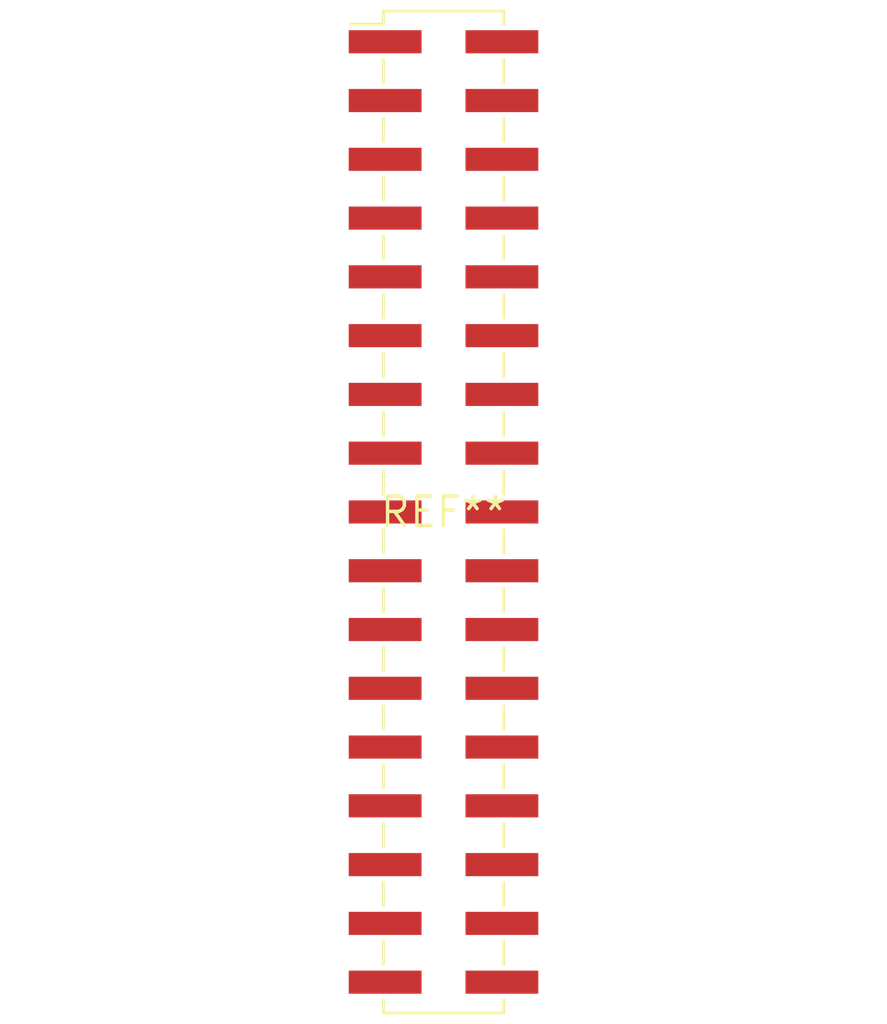
<source format=kicad_pcb>
(kicad_pcb (version 20240108) (generator pcbnew)
  (layers (0 "F.Cu" signal) (31 "B.Cu" signal) (34 "B.Paste" user) (35 "F.Paste" user) (36 "B.SilkS" user "B.Silkscreen") (37 "F.SilkS" user "F.Silkscreen") (38 "B.Mask" user) (39 "F.Mask" user) (44 "Edge.Cuts" user))
  (net 0 "")
  (footprint "PinHeader_2x17_P2.54mm_Vertical_SMD" (layer "F.Cu") (at 0 0)
    (property "Reference" "REF**")
    (property "Value" "PinHeader_2x17_P2.54mm_Vertical_SMD")
    (fp_line (start -4.04 -21.08) (end -2.6 -21.08) (layer "F.SilkS") (stroke (width 0.12)))
    (fp_line (start -2.6 -21.65) (end -2.6 -21.08) (layer "F.SilkS") (stroke (width 0.12)))
    (fp_line (start -2.6 -21.65) (end 2.6 -21.65) (layer "F.SilkS") (stroke (width 0.12)))
    (fp_line (start -2.6 -19.56) (end -2.6 -18.54) (layer "F.SilkS") (stroke (width 0.12)))
    (fp_line (start -2.6 -17.02) (end -2.6 -16) (layer "F.SilkS") (stroke (width 0.12)))
    (fp_line (start -2.6 -14.48) (end -2.6 -13.46) (layer "F.SilkS") (stroke (width 0.12)))
    (fp_line (start -2.6 -11.94) (end -2.6 -10.92) (layer "F.SilkS") (stroke (width 0.12)))
    (fp_line (start -2.6 -9.4) (end -2.6 -8.38) (layer "F.SilkS") (stroke (width 0.12)))
    (fp_line (start -2.6 -6.86) (end -2.6 -5.84) (layer "F.SilkS") (stroke (width 0.12)))
    (fp_line (start -2.6 -4.32) (end -2.6 -3.3) (layer "F.SilkS") (stroke (width 0.12)))
    (fp_line (start -2.6 -1.78) (end -2.6 -0.76) (layer "F.SilkS") (stroke (width 0.12)))
    (fp_line (start -2.6 0.76) (end -2.6 1.78) (layer "F.SilkS") (stroke (width 0.12)))
    (fp_line (start -2.6 3.3) (end -2.6 4.32) (layer "F.SilkS") (stroke (width 0.12)))
    (fp_line (start -2.6 5.84) (end -2.6 6.86) (layer "F.SilkS") (stroke (width 0.12)))
    (fp_line (start -2.6 8.38) (end -2.6 9.4) (layer "F.SilkS") (stroke (width 0.12)))
    (fp_line (start -2.6 10.92) (end -2.6 11.94) (layer "F.SilkS") (stroke (width 0.12)))
    (fp_line (start -2.6 13.46) (end -2.6 14.48) (layer "F.SilkS") (stroke (width 0.12)))
    (fp_line (start -2.6 16) (end -2.6 17.02) (layer "F.SilkS") (stroke (width 0.12)))
    (fp_line (start -2.6 18.54) (end -2.6 19.56) (layer "F.SilkS") (stroke (width 0.12)))
    (fp_line (start -2.6 21.08) (end -2.6 21.65) (layer "F.SilkS") (stroke (width 0.12)))
    (fp_line (start -2.6 21.65) (end 2.6 21.65) (layer "F.SilkS") (stroke (width 0.12)))
    (fp_line (start 2.6 -21.65) (end 2.6 -21.08) (layer "F.SilkS") (stroke (width 0.12)))
    (fp_line (start 2.6 -19.56) (end 2.6 -18.54) (layer "F.SilkS") (stroke (width 0.12)))
    (fp_line (start 2.6 -17.02) (end 2.6 -16) (layer "F.SilkS") (stroke (width 0.12)))
    (fp_line (start 2.6 -14.48) (end 2.6 -13.46) (layer "F.SilkS") (stroke (width 0.12)))
    (fp_line (start 2.6 -11.94) (end 2.6 -10.92) (layer "F.SilkS") (stroke (width 0.12)))
    (fp_line (start 2.6 -9.4) (end 2.6 -8.38) (layer "F.SilkS") (stroke (width 0.12)))
    (fp_line (start 2.6 -6.86) (end 2.6 -5.84) (layer "F.SilkS") (stroke (width 0.12)))
    (fp_line (start 2.6 -4.32) (end 2.6 -3.3) (layer "F.SilkS") (stroke (width 0.12)))
    (fp_line (start 2.6 -1.78) (end 2.6 -0.76) (layer "F.SilkS") (stroke (width 0.12)))
    (fp_line (start 2.6 0.76) (end 2.6 1.78) (layer "F.SilkS") (stroke (width 0.12)))
    (fp_line (start 2.6 3.3) (end 2.6 4.32) (layer "F.SilkS") (stroke (width 0.12)))
    (fp_line (start 2.6 5.84) (end 2.6 6.86) (layer "F.SilkS") (stroke (width 0.12)))
    (fp_line (start 2.6 8.38) (end 2.6 9.4) (layer "F.SilkS") (stroke (width 0.12)))
    (fp_line (start 2.6 10.92) (end 2.6 11.94) (layer "F.SilkS") (stroke (width 0.12)))
    (fp_line (start 2.6 13.46) (end 2.6 14.48) (layer "F.SilkS") (stroke (width 0.12)))
    (fp_line (start 2.6 16) (end 2.6 17.02) (layer "F.SilkS") (stroke (width 0.12)))
    (fp_line (start 2.6 18.54) (end 2.6 19.56) (layer "F.SilkS") (stroke (width 0.12)))
    (fp_line (start 2.6 21.08) (end 2.6 21.65) (layer "F.SilkS") (stroke (width 0.12)))
    (pad "1" smd rect (at -2.525 -20.32) (size 3.15 1) (layers "F.Cu" "F.Paste" "F.Mask"))
    (pad "2" smd rect (at 2.525 -20.32) (size 3.15 1) (layers "F.Cu" "F.Paste" "F.Mask"))
    (pad "3" smd rect (at -2.525 -17.78) (size 3.15 1) (layers "F.Cu" "F.Paste" "F.Mask"))
    (pad "4" smd rect (at 2.525 -17.78) (size 3.15 1) (layers "F.Cu" "F.Paste" "F.Mask"))
    (pad "5" smd rect (at -2.525 -15.24) (size 3.15 1) (layers "F.Cu" "F.Paste" "F.Mask"))
    (pad "6" smd rect (at 2.525 -15.24) (size 3.15 1) (layers "F.Cu" "F.Paste" "F.Mask"))
    (pad "7" smd rect (at -2.525 -12.7) (size 3.15 1) (layers "F.Cu" "F.Paste" "F.Mask"))
    (pad "8" smd rect (at 2.525 -12.7) (size 3.15 1) (layers "F.Cu" "F.Paste" "F.Mask"))
    (pad "9" smd rect (at -2.525 -10.16) (size 3.15 1) (layers "F.Cu" "F.Paste" "F.Mask"))
    (pad "10" smd rect (at 2.525 -10.16) (size 3.15 1) (layers "F.Cu" "F.Paste" "F.Mask"))
    (pad "11" smd rect (at -2.525 -7.62) (size 3.15 1) (layers "F.Cu" "F.Paste" "F.Mask"))
    (pad "12" smd rect (at 2.525 -7.62) (size 3.15 1) (layers "F.Cu" "F.Paste" "F.Mask"))
    (pad "13" smd rect (at -2.525 -5.08) (size 3.15 1) (layers "F.Cu" "F.Paste" "F.Mask"))
    (pad "14" smd rect (at 2.525 -5.08) (size 3.15 1) (layers "F.Cu" "F.Paste" "F.Mask"))
    (pad "15" smd rect (at -2.525 -2.54) (size 3.15 1) (layers "F.Cu" "F.Paste" "F.Mask"))
    (pad "16" smd rect (at 2.525 -2.54) (size 3.15 1) (layers "F.Cu" "F.Paste" "F.Mask"))
    (pad "17" smd rect (at -2.525 0) (size 3.15 1) (layers "F.Cu" "F.Paste" "F.Mask"))
    (pad "18" smd rect (at 2.525 0) (size 3.15 1) (layers "F.Cu" "F.Paste" "F.Mask"))
    (pad "19" smd rect (at -2.525 2.54) (size 3.15 1) (layers "F.Cu" "F.Paste" "F.Mask"))
    (pad "20" smd rect (at 2.525 2.54) (size 3.15 1) (layers "F.Cu" "F.Paste" "F.Mask"))
    (pad "21" smd rect (at -2.525 5.08) (size 3.15 1) (layers "F.Cu" "F.Paste" "F.Mask"))
    (pad "22" smd rect (at 2.525 5.08) (size 3.15 1) (layers "F.Cu" "F.Paste" "F.Mask"))
    (pad "23" smd rect (at -2.525 7.62) (size 3.15 1) (layers "F.Cu" "F.Paste" "F.Mask"))
    (pad "24" smd rect (at 2.525 7.62) (size 3.15 1) (layers "F.Cu" "F.Paste" "F.Mask"))
    (pad "25" smd rect (at -2.525 10.16) (size 3.15 1) (layers "F.Cu" "F.Paste" "F.Mask"))
    (pad "26" smd rect (at 2.525 10.16) (size 3.15 1) (layers "F.Cu" "F.Paste" "F.Mask"))
    (pad "27" smd rect (at -2.525 12.7) (size 3.15 1) (layers "F.Cu" "F.Paste" "F.Mask"))
    (pad "28" smd rect (at 2.525 12.7) (size 3.15 1) (layers "F.Cu" "F.Paste" "F.Mask"))
    (pad "29" smd rect (at -2.525 15.24) (size 3.15 1) (layers "F.Cu" "F.Paste" "F.Mask"))
    (pad "30" smd rect (at 2.525 15.24) (size 3.15 1) (layers "F.Cu" "F.Paste" "F.Mask"))
    (pad "31" smd rect (at -2.525 17.78) (size 3.15 1) (layers "F.Cu" "F.Paste" "F.Mask"))
    (pad "32" smd rect (at 2.525 17.78) (size 3.15 1) (layers "F.Cu" "F.Paste" "F.Mask"))
    (pad "33" smd rect (at -2.525 20.32) (size 3.15 1) (layers "F.Cu" "F.Paste" "F.Mask"))
    (pad "34" smd rect (at 2.525 20.32) (size 3.15 1) (layers "F.Cu" "F.Paste" "F.Mask"))
  )
)
</source>
